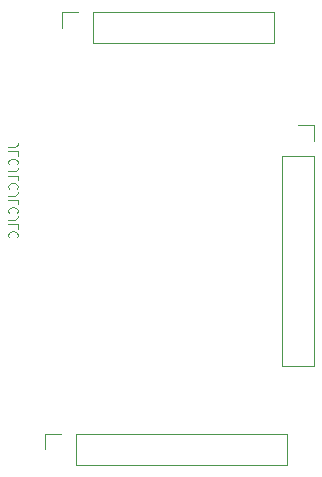
<source format=gbr>
%TF.GenerationSoftware,KiCad,Pcbnew,(6.0.0-0)*%
%TF.CreationDate,2022-02-14T20:59:39-05:00*%
%TF.ProjectId,Shifter-v6,53686966-7465-4722-9d76-362e6b696361,rev?*%
%TF.SameCoordinates,Original*%
%TF.FileFunction,Legend,Bot*%
%TF.FilePolarity,Positive*%
%FSLAX46Y46*%
G04 Gerber Fmt 4.6, Leading zero omitted, Abs format (unit mm)*
G04 Created by KiCad (PCBNEW (6.0.0-0)) date 2022-02-14 20:59:39*
%MOMM*%
%LPD*%
G01*
G04 APERTURE LIST*
%ADD10C,0.100000*%
%ADD11C,0.120000*%
G04 APERTURE END LIST*
D10*
X160161904Y-75504761D02*
X160733333Y-75504761D01*
X160847619Y-75466666D01*
X160923809Y-75390476D01*
X160961904Y-75276190D01*
X160961904Y-75200000D01*
X160961904Y-76266666D02*
X160961904Y-75885714D01*
X160161904Y-75885714D01*
X160885714Y-76990476D02*
X160923809Y-76952380D01*
X160961904Y-76838095D01*
X160961904Y-76761904D01*
X160923809Y-76647619D01*
X160847619Y-76571428D01*
X160771428Y-76533333D01*
X160619047Y-76495238D01*
X160504761Y-76495238D01*
X160352380Y-76533333D01*
X160276190Y-76571428D01*
X160200000Y-76647619D01*
X160161904Y-76761904D01*
X160161904Y-76838095D01*
X160200000Y-76952380D01*
X160238095Y-76990476D01*
X160161904Y-77561904D02*
X160733333Y-77561904D01*
X160847619Y-77523809D01*
X160923809Y-77447619D01*
X160961904Y-77333333D01*
X160961904Y-77257142D01*
X160961904Y-78323809D02*
X160961904Y-77942857D01*
X160161904Y-77942857D01*
X160885714Y-79047619D02*
X160923809Y-79009523D01*
X160961904Y-78895238D01*
X160961904Y-78819047D01*
X160923809Y-78704761D01*
X160847619Y-78628571D01*
X160771428Y-78590476D01*
X160619047Y-78552380D01*
X160504761Y-78552380D01*
X160352380Y-78590476D01*
X160276190Y-78628571D01*
X160200000Y-78704761D01*
X160161904Y-78819047D01*
X160161904Y-78895238D01*
X160200000Y-79009523D01*
X160238095Y-79047619D01*
X160161904Y-79619047D02*
X160733333Y-79619047D01*
X160847619Y-79580952D01*
X160923809Y-79504761D01*
X160961904Y-79390476D01*
X160961904Y-79314285D01*
X160961904Y-80380952D02*
X160961904Y-80000000D01*
X160161904Y-80000000D01*
X160885714Y-81104761D02*
X160923809Y-81066666D01*
X160961904Y-80952380D01*
X160961904Y-80876190D01*
X160923809Y-80761904D01*
X160847619Y-80685714D01*
X160771428Y-80647619D01*
X160619047Y-80609523D01*
X160504761Y-80609523D01*
X160352380Y-80647619D01*
X160276190Y-80685714D01*
X160200000Y-80761904D01*
X160161904Y-80876190D01*
X160161904Y-80952380D01*
X160200000Y-81066666D01*
X160238095Y-81104761D01*
X160161904Y-81676190D02*
X160733333Y-81676190D01*
X160847619Y-81638095D01*
X160923809Y-81561904D01*
X160961904Y-81447619D01*
X160961904Y-81371428D01*
X160961904Y-82438095D02*
X160961904Y-82057142D01*
X160161904Y-82057142D01*
X160885714Y-83161904D02*
X160923809Y-83123809D01*
X160961904Y-83009523D01*
X160961904Y-82933333D01*
X160923809Y-82819047D01*
X160847619Y-82742857D01*
X160771428Y-82704761D01*
X160619047Y-82666666D01*
X160504761Y-82666666D01*
X160352380Y-82704761D01*
X160276190Y-82742857D01*
X160200000Y-82819047D01*
X160161904Y-82933333D01*
X160161904Y-83009523D01*
X160200000Y-83123809D01*
X160238095Y-83161904D01*
D11*
%TO.C,J3*%
X167345000Y-66730000D02*
X182645000Y-66730000D01*
X167345000Y-64070000D02*
X167345000Y-66730000D01*
X182645000Y-64070000D02*
X182645000Y-66730000D01*
X166075000Y-64070000D02*
X164745000Y-64070000D01*
X167345000Y-64070000D02*
X182645000Y-64070000D01*
X164745000Y-64070000D02*
X164745000Y-65400000D01*
%TO.C,J2*%
X165900000Y-102430000D02*
X183740000Y-102430000D01*
X165900000Y-99770000D02*
X165900000Y-102430000D01*
X183740000Y-99770000D02*
X183740000Y-102430000D01*
X164630000Y-99770000D02*
X163300000Y-99770000D01*
X163300000Y-99770000D02*
X163300000Y-101100000D01*
X165900000Y-99770000D02*
X183740000Y-99770000D01*
%TO.C,J1*%
X186030000Y-76240000D02*
X186030000Y-94080000D01*
X186030000Y-73640000D02*
X184700000Y-73640000D01*
X186030000Y-74970000D02*
X186030000Y-73640000D01*
X183370000Y-76240000D02*
X183370000Y-94080000D01*
X186030000Y-76240000D02*
X183370000Y-76240000D01*
X186030000Y-94080000D02*
X183370000Y-94080000D01*
%TD*%
M02*

</source>
